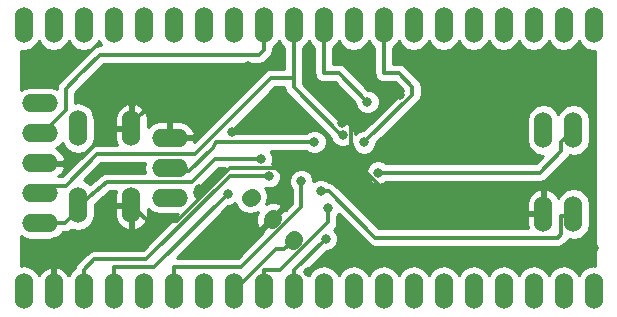
<source format=gbl>
G04 #@! TF.FileFunction,Copper,L2,Bot,Signal*
%FSLAX46Y46*%
G04 Gerber Fmt 4.6, Leading zero omitted, Abs format (unit mm)*
G04 Created by KiCad (PCBNEW 4.0.1-stable) date 2017/01/22 22:06:15*
%MOMM*%
G01*
G04 APERTURE LIST*
%ADD10C,0.100000*%
%ADD11O,1.524000X3.048000*%
%ADD12C,1.400000*%
%ADD13O,3.048000X1.524000*%
%ADD14C,0.800000*%
%ADD15C,0.300000*%
%ADD16C,0.254000*%
G04 APERTURE END LIST*
D10*
D11*
X123190000Y-137160000D03*
X125730000Y-137160000D03*
X128270000Y-137160000D03*
X130810000Y-137160000D03*
X133350000Y-137160000D03*
X135890000Y-137160000D03*
X138430000Y-137160000D03*
X140970000Y-137160000D03*
X143510000Y-137160000D03*
X146050000Y-137160000D03*
X148590000Y-137160000D03*
X151130000Y-137160000D03*
X153670000Y-137160000D03*
X156210000Y-137160000D03*
X158750000Y-137160000D03*
X161290000Y-137160000D03*
X163830000Y-137160000D03*
X166370000Y-137160000D03*
X168910000Y-137160000D03*
X171450000Y-137160000D03*
X123189800Y-114616000D03*
X125729800Y-114616000D03*
X128269800Y-114616000D03*
X130809800Y-114616000D03*
X133349800Y-114616000D03*
X135889800Y-114616000D03*
X138429800Y-114616000D03*
X140969800Y-114616000D03*
X143509800Y-114616000D03*
X146049800Y-114616000D03*
X148589800Y-114616000D03*
X151129800Y-114616000D03*
X153669800Y-114616000D03*
X156209800Y-114616000D03*
X158749800Y-114616000D03*
X161289800Y-114616000D03*
X163829800Y-114616000D03*
X166369800Y-114616000D03*
X168909800Y-114616000D03*
X171449800Y-114616000D03*
D12*
X142383238Y-129274660D02*
X142524660Y-129133238D01*
X144179289Y-131070711D02*
X144320711Y-130929289D01*
X145975340Y-132866762D02*
X146116762Y-132725340D01*
D13*
X135550000Y-129240000D03*
X135550000Y-126700000D03*
X135550000Y-124160000D03*
D11*
X167180000Y-123500000D03*
X169720000Y-123500000D03*
X167180000Y-130600000D03*
X169720000Y-130600000D03*
X127789400Y-129851200D03*
X127789400Y-123348800D03*
X132310600Y-129851200D03*
X132310600Y-123348800D03*
D13*
X124550000Y-121220000D03*
X124550000Y-123760000D03*
X124550000Y-126300000D03*
X124550000Y-128840000D03*
X124550000Y-131380000D03*
D14*
X142210000Y-118090000D03*
X139920000Y-118310000D03*
X144840000Y-117280000D03*
X123910000Y-118470000D03*
X130260000Y-126690000D03*
X127500000Y-132750000D03*
X124840000Y-133660000D03*
X138000000Y-128500000D03*
X156000000Y-126000000D03*
X171500000Y-133500000D03*
X158500000Y-131500000D03*
X158500000Y-128500000D03*
X150250000Y-132050000D03*
X152500000Y-134600000D03*
X151150000Y-128200000D03*
X147300000Y-135500000D03*
X140800000Y-123650000D03*
X139250000Y-132850000D03*
X141050000Y-134100000D03*
X148100000Y-126850000D03*
X149350000Y-120300000D03*
X167750000Y-120500000D03*
X170850000Y-127900000D03*
X171050000Y-121600000D03*
X160950000Y-122050000D03*
X163900000Y-124400000D03*
X155087200Y-120510400D03*
X150166700Y-122907200D03*
X143277300Y-125932000D03*
X153188200Y-127095600D03*
X150191000Y-123892600D03*
X147800000Y-124500000D03*
X143929600Y-127397800D03*
X140447800Y-128881400D03*
X146688300Y-127844000D03*
X148959900Y-130106200D03*
X148759900Y-132688300D03*
X148345500Y-128666600D03*
X152290900Y-121100400D03*
X152000000Y-124550000D03*
D15*
X142190000Y-118310000D02*
X142190000Y-118110000D01*
X142190000Y-118110000D02*
X142210000Y-118090000D01*
X139920000Y-118310000D02*
X142190000Y-118310000D01*
X142190000Y-118310000D02*
X143810000Y-118310000D01*
X137000000Y-118310000D02*
X139920000Y-118310000D01*
X132310600Y-122999400D02*
X137000000Y-118310000D01*
X143810000Y-118310000D02*
X144840000Y-117280000D01*
X132310600Y-123348800D02*
X132310600Y-122999400D01*
X127500000Y-132750000D02*
X125750000Y-132750000D01*
X127468350Y-132531650D02*
X127500000Y-132750000D01*
X128531650Y-132531650D02*
X127468350Y-132531650D01*
X125750000Y-132750000D02*
X124840000Y-133660000D01*
X167180000Y-130600000D02*
X158250000Y-130600000D01*
X158250000Y-130600000D02*
X158000000Y-130850000D01*
X136152200Y-131228100D02*
X133687500Y-131228100D01*
X133687500Y-131228100D02*
X132310600Y-129851200D01*
X138440150Y-128940150D02*
X136152200Y-131228100D01*
X132310600Y-129851200D02*
X131212100Y-129851200D01*
X129835200Y-131228100D02*
X128531650Y-132531650D01*
X131212100Y-129851200D02*
X129835200Y-131228100D01*
X132310600Y-123348800D02*
X129898800Y-123348800D01*
X129898800Y-123348800D02*
X129650000Y-123597600D01*
X129650000Y-123597600D02*
X129650000Y-124300000D01*
X129650000Y-124300000D02*
X127650000Y-126300000D01*
X127650000Y-126300000D02*
X124550000Y-126300000D01*
X138440150Y-128940150D02*
X138000000Y-128500000D01*
X160950000Y-122050000D02*
X159950000Y-122050000D01*
X159950000Y-122050000D02*
X156000000Y-126000000D01*
X158000000Y-130750000D02*
X158000000Y-130850000D01*
X158000000Y-130750000D02*
X155801100Y-130750000D01*
X155801100Y-130750000D02*
X152725550Y-127674450D01*
X158000000Y-130850000D02*
X158000000Y-131000000D01*
X158000000Y-131000000D02*
X158500000Y-131500000D01*
X150250000Y-132050000D02*
X152500000Y-134300000D01*
X152500000Y-134300000D02*
X152500000Y-134600000D01*
X151675550Y-127674450D02*
X152725550Y-127674450D01*
X151675550Y-127674450D02*
X151150000Y-128200000D01*
X148200000Y-134600000D02*
X152500000Y-134600000D01*
X147300000Y-135500000D02*
X148200000Y-134600000D01*
X140800000Y-123650000D02*
X140800000Y-123700000D01*
X139800000Y-132850000D02*
X139250000Y-132850000D01*
X141050000Y-134100000D02*
X139800000Y-132850000D01*
X147500000Y-125848000D02*
X147500000Y-126250000D01*
X147500000Y-126250000D02*
X148100000Y-126850000D01*
X150166700Y-122907200D02*
X150166700Y-121116700D01*
X150166700Y-121116700D02*
X149350000Y-120300000D01*
X167230000Y-128120000D02*
X167450000Y-127900000D01*
X167450000Y-127900000D02*
X170850000Y-127900000D01*
X171050000Y-121600000D02*
X169950000Y-120500000D01*
X169950000Y-120500000D02*
X167750000Y-120500000D01*
X167180000Y-130600000D02*
X167230000Y-128120000D01*
X161550000Y-122050000D02*
X160950000Y-122050000D01*
X163900000Y-124400000D02*
X161550000Y-122050000D01*
X128531650Y-132531650D02*
X125730000Y-135333300D01*
X125730000Y-137160000D02*
X125730000Y-135333300D01*
X132310600Y-129851200D02*
X132310600Y-130828100D01*
X144250000Y-131000000D02*
X145029800Y-130220200D01*
X144580000Y-126691500D02*
X145029700Y-127141200D01*
X140688800Y-126691500D02*
X144580000Y-126691500D01*
X138440150Y-128940150D02*
X140688800Y-126691500D01*
X145029700Y-130220200D02*
X145029800Y-130220200D01*
X145029700Y-127141200D02*
X145029700Y-130220200D01*
X150166700Y-122907200D02*
X150899100Y-122907200D01*
X152690400Y-122907200D02*
X155087200Y-120510400D01*
X150899100Y-122907200D02*
X152690400Y-122907200D01*
X146322900Y-125848000D02*
X145029700Y-127141200D01*
X150899100Y-125848000D02*
X147500000Y-125848000D01*
X147500000Y-125848000D02*
X146322900Y-125848000D01*
X152725550Y-127674450D02*
X150899100Y-125848000D01*
X150899100Y-125848000D02*
X150899100Y-122907200D01*
X144554200Y-133575800D02*
X140970000Y-137160000D01*
X145266400Y-133575800D02*
X144554200Y-133575800D01*
X146046100Y-132796100D02*
X145266400Y-133575800D01*
X127789400Y-129851200D02*
X127789400Y-130260600D01*
X127789400Y-130260600D02*
X126670000Y-131380000D01*
X126670000Y-131380000D02*
X124550000Y-131380000D01*
X127789400Y-129851200D02*
X127789400Y-129908200D01*
X127789400Y-129908200D02*
X127789400Y-130079500D01*
X139368000Y-125932000D02*
X143277300Y-125932000D01*
X137400000Y-127900000D02*
X139368000Y-125932000D01*
X130226650Y-127900000D02*
X137400000Y-127900000D01*
X127789400Y-129908200D02*
X130226650Y-127900000D01*
X169720000Y-123500000D02*
X168705300Y-124500000D01*
X153188200Y-127095500D02*
X153188200Y-127095600D01*
X166908300Y-127095500D02*
X153188200Y-127095500D01*
X168705300Y-125298500D02*
X166908300Y-127095500D01*
X168705300Y-124500000D02*
X168705300Y-125298500D01*
X143509800Y-114616000D02*
X143509800Y-116730200D01*
X129630000Y-117120000D02*
X127883300Y-118866700D01*
X143120000Y-117120000D02*
X129630000Y-117120000D01*
X143509800Y-116730200D02*
X143120000Y-117120000D01*
X126750000Y-121800000D02*
X124790000Y-123760000D01*
X127883300Y-118866700D02*
X126750000Y-120000000D01*
X126750000Y-120000000D02*
X126750000Y-121800000D01*
X124790000Y-123760000D02*
X124550000Y-123760000D01*
X129986300Y-125517500D02*
X129432500Y-125517500D01*
X137710900Y-125517500D02*
X144150000Y-119078400D01*
X129986300Y-125517500D02*
X137710900Y-125517500D01*
X144128400Y-119100000D02*
X144150000Y-119100000D01*
X144150000Y-119100000D02*
X144150000Y-119078400D01*
X146050000Y-119100000D02*
X144128400Y-119100000D01*
X126750000Y-128200000D02*
X125190000Y-128200000D01*
X129432500Y-125517500D02*
X126750000Y-128200000D01*
X125190000Y-128200000D02*
X124550000Y-128840000D01*
X146049800Y-114616000D02*
X146050000Y-118666700D01*
X150055200Y-123892600D02*
X150191000Y-123892600D01*
X146050000Y-119887400D02*
X150055200Y-123892600D01*
X146050000Y-118666700D02*
X146050000Y-119100000D01*
X146050000Y-119100000D02*
X146050000Y-119887400D01*
X139497049Y-124502951D02*
X147800000Y-124500000D01*
X137200000Y-127000000D02*
X139200000Y-125000000D01*
X139200000Y-125000000D02*
X139497049Y-124502951D01*
X135550000Y-126700000D02*
X137200000Y-127000000D01*
X128270000Y-137160000D02*
X128270000Y-135333300D01*
X140622900Y-127397800D02*
X143929600Y-127397800D01*
X133577500Y-134443200D02*
X140622900Y-127397800D01*
X129160100Y-134443200D02*
X133577500Y-134443200D01*
X128270000Y-135333300D02*
X129160100Y-134443200D01*
X130810000Y-137160000D02*
X130810000Y-135133300D01*
X134195900Y-135133300D02*
X140447800Y-128881400D01*
X130810000Y-135133300D02*
X134195900Y-135133300D01*
X135890000Y-137160000D02*
X135890000Y-135083300D01*
X146688300Y-130015000D02*
X146688300Y-127844000D01*
X141620000Y-135083300D02*
X146688300Y-130015000D01*
X135890000Y-135083300D02*
X141620000Y-135083300D01*
X144926800Y-135333300D02*
X143510000Y-135333300D01*
X148959900Y-131300200D02*
X144926800Y-135333300D01*
X148959900Y-130106200D02*
X148959900Y-131300200D01*
X143510000Y-137160000D02*
X143510000Y-135333300D01*
X146050000Y-137160000D02*
X146050000Y-135333300D01*
X146114900Y-135333300D02*
X148759900Y-132688300D01*
X146050000Y-135333300D02*
X146114900Y-135333300D01*
X149002300Y-128666600D02*
X148345500Y-128666600D01*
X152937500Y-132601800D02*
X149002300Y-128666600D01*
X168403500Y-132601800D02*
X152937500Y-132601800D01*
X168705300Y-132300000D02*
X168403500Y-132601800D01*
X168705300Y-130750000D02*
X168705300Y-132300000D01*
X169720000Y-130600000D02*
X168705300Y-130750000D01*
X149857200Y-118666700D02*
X152290900Y-121100400D01*
X148590000Y-118666700D02*
X149857200Y-118666700D01*
X148589800Y-114616000D02*
X148590000Y-118666700D01*
X156100300Y-120517600D02*
X152000000Y-124550000D01*
X156100300Y-119813900D02*
X156100300Y-120517600D01*
X154953100Y-118666700D02*
X156100300Y-119813900D01*
X153670000Y-118666700D02*
X154953100Y-118666700D01*
X153669800Y-114616000D02*
X153670000Y-118666700D01*
D16*
G36*
X130913600Y-128962200D02*
X130913600Y-129724200D01*
X132183600Y-129724200D01*
X132183600Y-129704200D01*
X132437600Y-129704200D01*
X132437600Y-129724200D01*
X132457600Y-129724200D01*
X132457600Y-129978200D01*
X132437600Y-129978200D01*
X132437600Y-131844920D01*
X132653670Y-131967420D01*
X132727877Y-131952460D01*
X133208626Y-131690830D01*
X133552659Y-131265141D01*
X133707600Y-130740200D01*
X133707600Y-130152586D01*
X133757875Y-130227828D01*
X134211094Y-130530660D01*
X134745703Y-130637000D01*
X136273542Y-130637000D01*
X133252342Y-133658200D01*
X129160100Y-133658200D01*
X128859694Y-133717955D01*
X128605021Y-133888121D01*
X128605019Y-133888124D01*
X127714921Y-134778221D01*
X127544755Y-135032893D01*
X127524783Y-135133300D01*
X127508159Y-135216875D01*
X127282172Y-135367875D01*
X126989651Y-135805662D01*
X126972059Y-135746059D01*
X126628026Y-135320370D01*
X126147277Y-135058740D01*
X126073070Y-135043780D01*
X125857000Y-135166280D01*
X125857000Y-137033000D01*
X125877000Y-137033000D01*
X125877000Y-137287000D01*
X125857000Y-137287000D01*
X125857000Y-137307000D01*
X125603000Y-137307000D01*
X125603000Y-137287000D01*
X125583000Y-137287000D01*
X125583000Y-137033000D01*
X125603000Y-137033000D01*
X125603000Y-135166280D01*
X125386930Y-135043780D01*
X125312723Y-135058740D01*
X124831974Y-135320370D01*
X124487941Y-135746059D01*
X124470349Y-135805662D01*
X124177828Y-135367875D01*
X123724609Y-135065043D01*
X123190000Y-134958703D01*
X122960000Y-135004453D01*
X122960000Y-132502884D01*
X123211094Y-132670660D01*
X123745703Y-132777000D01*
X125354297Y-132777000D01*
X125888906Y-132670660D01*
X126342125Y-132367828D01*
X126477651Y-132165000D01*
X126670000Y-132165000D01*
X126970407Y-132105245D01*
X127225079Y-131935079D01*
X127230339Y-131929819D01*
X127254791Y-131946157D01*
X127789400Y-132052497D01*
X128324009Y-131946157D01*
X128777228Y-131643325D01*
X129080060Y-131190106D01*
X129186400Y-130655497D01*
X129186400Y-129978200D01*
X130913600Y-129978200D01*
X130913600Y-130740200D01*
X131068541Y-131265141D01*
X131412574Y-131690830D01*
X131893323Y-131952460D01*
X131967530Y-131967420D01*
X132183600Y-131844920D01*
X132183600Y-129978200D01*
X130913600Y-129978200D01*
X129186400Y-129978200D01*
X129186400Y-129774273D01*
X130508395Y-128685000D01*
X130995418Y-128685000D01*
X130913600Y-128962200D01*
X130913600Y-128962200D01*
G37*
X130913600Y-128962200D02*
X130913600Y-129724200D01*
X132183600Y-129724200D01*
X132183600Y-129704200D01*
X132437600Y-129704200D01*
X132437600Y-129724200D01*
X132457600Y-129724200D01*
X132457600Y-129978200D01*
X132437600Y-129978200D01*
X132437600Y-131844920D01*
X132653670Y-131967420D01*
X132727877Y-131952460D01*
X133208626Y-131690830D01*
X133552659Y-131265141D01*
X133707600Y-130740200D01*
X133707600Y-130152586D01*
X133757875Y-130227828D01*
X134211094Y-130530660D01*
X134745703Y-130637000D01*
X136273542Y-130637000D01*
X133252342Y-133658200D01*
X129160100Y-133658200D01*
X128859694Y-133717955D01*
X128605021Y-133888121D01*
X128605019Y-133888124D01*
X127714921Y-134778221D01*
X127544755Y-135032893D01*
X127524783Y-135133300D01*
X127508159Y-135216875D01*
X127282172Y-135367875D01*
X126989651Y-135805662D01*
X126972059Y-135746059D01*
X126628026Y-135320370D01*
X126147277Y-135058740D01*
X126073070Y-135043780D01*
X125857000Y-135166280D01*
X125857000Y-137033000D01*
X125877000Y-137033000D01*
X125877000Y-137287000D01*
X125857000Y-137287000D01*
X125857000Y-137307000D01*
X125603000Y-137307000D01*
X125603000Y-137287000D01*
X125583000Y-137287000D01*
X125583000Y-137033000D01*
X125603000Y-137033000D01*
X125603000Y-135166280D01*
X125386930Y-135043780D01*
X125312723Y-135058740D01*
X124831974Y-135320370D01*
X124487941Y-135746059D01*
X124470349Y-135805662D01*
X124177828Y-135367875D01*
X123724609Y-135065043D01*
X123190000Y-134958703D01*
X122960000Y-135004453D01*
X122960000Y-132502884D01*
X123211094Y-132670660D01*
X123745703Y-132777000D01*
X125354297Y-132777000D01*
X125888906Y-132670660D01*
X126342125Y-132367828D01*
X126477651Y-132165000D01*
X126670000Y-132165000D01*
X126970407Y-132105245D01*
X127225079Y-131935079D01*
X127230339Y-131929819D01*
X127254791Y-131946157D01*
X127789400Y-132052497D01*
X128324009Y-131946157D01*
X128777228Y-131643325D01*
X129080060Y-131190106D01*
X129186400Y-130655497D01*
X129186400Y-129978200D01*
X130913600Y-129978200D01*
X130913600Y-130740200D01*
X131068541Y-131265141D01*
X131412574Y-131690830D01*
X131893323Y-131952460D01*
X131967530Y-131967420D01*
X132183600Y-131844920D01*
X132183600Y-129978200D01*
X130913600Y-129978200D01*
X129186400Y-129978200D01*
X129186400Y-129774273D01*
X130508395Y-128685000D01*
X130995418Y-128685000D01*
X130913600Y-128962200D01*
G36*
X170461972Y-116408125D02*
X170915191Y-116710957D01*
X171449800Y-116817297D01*
X171540000Y-116799355D01*
X171540000Y-134976605D01*
X171450000Y-134958703D01*
X170915391Y-135065043D01*
X170462172Y-135367875D01*
X170180000Y-135790174D01*
X169897828Y-135367875D01*
X169444609Y-135065043D01*
X168910000Y-134958703D01*
X168375391Y-135065043D01*
X167922172Y-135367875D01*
X167640000Y-135790174D01*
X167357828Y-135367875D01*
X166904609Y-135065043D01*
X166370000Y-134958703D01*
X165835391Y-135065043D01*
X165382172Y-135367875D01*
X165100000Y-135790174D01*
X164817828Y-135367875D01*
X164364609Y-135065043D01*
X163830000Y-134958703D01*
X163295391Y-135065043D01*
X162842172Y-135367875D01*
X162560000Y-135790174D01*
X162277828Y-135367875D01*
X161824609Y-135065043D01*
X161290000Y-134958703D01*
X160755391Y-135065043D01*
X160302172Y-135367875D01*
X160020000Y-135790174D01*
X159737828Y-135367875D01*
X159284609Y-135065043D01*
X158750000Y-134958703D01*
X158215391Y-135065043D01*
X157762172Y-135367875D01*
X157480000Y-135790174D01*
X157197828Y-135367875D01*
X156744609Y-135065043D01*
X156210000Y-134958703D01*
X155675391Y-135065043D01*
X155222172Y-135367875D01*
X154940000Y-135790174D01*
X154657828Y-135367875D01*
X154204609Y-135065043D01*
X153670000Y-134958703D01*
X153135391Y-135065043D01*
X152682172Y-135367875D01*
X152400000Y-135790174D01*
X152117828Y-135367875D01*
X151664609Y-135065043D01*
X151130000Y-134958703D01*
X150595391Y-135065043D01*
X150142172Y-135367875D01*
X149860000Y-135790174D01*
X149577828Y-135367875D01*
X149124609Y-135065043D01*
X148590000Y-134958703D01*
X148055391Y-135065043D01*
X147602172Y-135367875D01*
X147320000Y-135790174D01*
X147098973Y-135459385D01*
X148834992Y-133723366D01*
X148964871Y-133723479D01*
X149345415Y-133566242D01*
X149636819Y-133275346D01*
X149794720Y-132895077D01*
X149795079Y-132483329D01*
X149637842Y-132102785D01*
X149452819Y-131917439D01*
X149514979Y-131855279D01*
X149685145Y-131600606D01*
X149744900Y-131300200D01*
X149744900Y-130785005D01*
X149836819Y-130693246D01*
X149860869Y-130635327D01*
X152382421Y-133156879D01*
X152637093Y-133327045D01*
X152937500Y-133386800D01*
X168403500Y-133386800D01*
X168703907Y-133327045D01*
X168958579Y-133156879D01*
X169260379Y-132855079D01*
X169346020Y-132726908D01*
X169720000Y-132801297D01*
X170254609Y-132694957D01*
X170707828Y-132392125D01*
X171010660Y-131938906D01*
X171117000Y-131404297D01*
X171117000Y-129795703D01*
X171010660Y-129261094D01*
X170707828Y-128807875D01*
X170254609Y-128505043D01*
X169720000Y-128398703D01*
X169185391Y-128505043D01*
X168732172Y-128807875D01*
X168439651Y-129245662D01*
X168422059Y-129186059D01*
X168078026Y-128760370D01*
X167597277Y-128498740D01*
X167523070Y-128483780D01*
X167307000Y-128606280D01*
X167307000Y-130473000D01*
X167327000Y-130473000D01*
X167327000Y-130727000D01*
X167307000Y-130727000D01*
X167307000Y-130747000D01*
X167053000Y-130747000D01*
X167053000Y-130727000D01*
X165783000Y-130727000D01*
X165783000Y-131489000D01*
X165879753Y-131816800D01*
X153262658Y-131816800D01*
X151156858Y-129711000D01*
X165783000Y-129711000D01*
X165783000Y-130473000D01*
X167053000Y-130473000D01*
X167053000Y-128606280D01*
X166836930Y-128483780D01*
X166762723Y-128498740D01*
X166281974Y-128760370D01*
X165937941Y-129186059D01*
X165783000Y-129711000D01*
X151156858Y-129711000D01*
X149557379Y-128111521D01*
X149302707Y-127941355D01*
X149029757Y-127887062D01*
X148932546Y-127789681D01*
X148552277Y-127631780D01*
X148140529Y-127631421D01*
X147759985Y-127788658D01*
X147723317Y-127825262D01*
X147723479Y-127639029D01*
X147583632Y-127300571D01*
X152153021Y-127300571D01*
X152310258Y-127681115D01*
X152601154Y-127972519D01*
X152981423Y-128130420D01*
X153393171Y-128130779D01*
X153773715Y-127973542D01*
X153866919Y-127880500D01*
X166908300Y-127880500D01*
X167208707Y-127820745D01*
X167463379Y-127650579D01*
X169260379Y-125853579D01*
X169404114Y-125638464D01*
X169720000Y-125701297D01*
X170254609Y-125594957D01*
X170707828Y-125292125D01*
X171010660Y-124838906D01*
X171117000Y-124304297D01*
X171117000Y-122695703D01*
X171010660Y-122161094D01*
X170707828Y-121707875D01*
X170254609Y-121405043D01*
X169720000Y-121298703D01*
X169185391Y-121405043D01*
X168732172Y-121707875D01*
X168450000Y-122130174D01*
X168167828Y-121707875D01*
X167714609Y-121405043D01*
X167180000Y-121298703D01*
X166645391Y-121405043D01*
X166192172Y-121707875D01*
X165889340Y-122161094D01*
X165783000Y-122695703D01*
X165783000Y-124304297D01*
X165889340Y-124838906D01*
X166192172Y-125292125D01*
X166645391Y-125594957D01*
X167180000Y-125701297D01*
X167195410Y-125698232D01*
X166583142Y-126310500D01*
X153866905Y-126310500D01*
X153775246Y-126218681D01*
X153394977Y-126060780D01*
X152983229Y-126060421D01*
X152602685Y-126217658D01*
X152311281Y-126508554D01*
X152153380Y-126888823D01*
X152153021Y-127300571D01*
X147583632Y-127300571D01*
X147566242Y-127258485D01*
X147275346Y-126967081D01*
X146895077Y-126809180D01*
X146483329Y-126808821D01*
X146102785Y-126966058D01*
X145811381Y-127256954D01*
X145653480Y-127637223D01*
X145653121Y-128048971D01*
X145810358Y-128429515D01*
X145903300Y-128522619D01*
X145903300Y-129689842D01*
X145368035Y-130225107D01*
X145237386Y-130192220D01*
X144429605Y-131000000D01*
X144443748Y-131014143D01*
X144264143Y-131193748D01*
X144250000Y-131179605D01*
X143442220Y-131987386D01*
X143475107Y-132118035D01*
X141294842Y-134298300D01*
X136141058Y-134298300D01*
X140522892Y-129916466D01*
X140652771Y-129916579D01*
X141033315Y-129759342D01*
X141106318Y-129686466D01*
X141129980Y-129805422D01*
X141419371Y-130238527D01*
X141852476Y-130527918D01*
X142363359Y-130629540D01*
X142874242Y-130527918D01*
X143035789Y-130419976D01*
X142876120Y-130785615D01*
X142866217Y-131306018D01*
X143029502Y-131749100D01*
X143262614Y-131807780D01*
X144070395Y-131000000D01*
X144056253Y-130985858D01*
X144235858Y-130806253D01*
X144250000Y-130820395D01*
X145057780Y-130012614D01*
X144999100Y-129779502D01*
X144556018Y-129616217D01*
X144035615Y-129626120D01*
X143669975Y-129785790D01*
X143777918Y-129624242D01*
X143879539Y-129113359D01*
X143777918Y-128602477D01*
X143641998Y-128399059D01*
X143722823Y-128432620D01*
X144134571Y-128432979D01*
X144515115Y-128275742D01*
X144806519Y-127984846D01*
X144964420Y-127604577D01*
X144964779Y-127192829D01*
X144807542Y-126812285D01*
X144516646Y-126520881D01*
X144206869Y-126392251D01*
X144312120Y-126138777D01*
X144312479Y-125727029D01*
X144155242Y-125346485D01*
X144095179Y-125286317D01*
X147121436Y-125285241D01*
X147212954Y-125376919D01*
X147593223Y-125534820D01*
X148004971Y-125535179D01*
X148385515Y-125377942D01*
X148676919Y-125087046D01*
X148834820Y-124706777D01*
X148835179Y-124295029D01*
X148677942Y-123914485D01*
X148387046Y-123623081D01*
X148006777Y-123465180D01*
X147595029Y-123464821D01*
X147214485Y-123622058D01*
X147121139Y-123715241D01*
X140621007Y-123717551D01*
X144453558Y-119885000D01*
X145265000Y-119885000D01*
X145265000Y-119887400D01*
X145324755Y-120187807D01*
X145494921Y-120442479D01*
X149159911Y-124107469D01*
X149313058Y-124478115D01*
X149603954Y-124769519D01*
X149984223Y-124927420D01*
X150395971Y-124927779D01*
X150776515Y-124770542D01*
X150964971Y-124582414D01*
X150964821Y-124754971D01*
X151122058Y-125135515D01*
X151412954Y-125426919D01*
X151793223Y-125584820D01*
X152204971Y-125585179D01*
X152585515Y-125427942D01*
X152876919Y-125137046D01*
X153034820Y-124756777D01*
X153034928Y-124633214D01*
X156650725Y-121077293D01*
X156652601Y-121074535D01*
X156655379Y-121072679D01*
X156738686Y-120948000D01*
X156823012Y-120824051D01*
X156823691Y-120820781D01*
X156825545Y-120818006D01*
X156854786Y-120671004D01*
X156885273Y-120524154D01*
X156884649Y-120520873D01*
X156885300Y-120517600D01*
X156885300Y-119813900D01*
X156825545Y-119513494D01*
X156655379Y-119258821D01*
X155508179Y-118111621D01*
X155253507Y-117941455D01*
X154953100Y-117881700D01*
X154454961Y-117881700D01*
X154454895Y-116543587D01*
X154657628Y-116408125D01*
X154939800Y-115985826D01*
X155221972Y-116408125D01*
X155675191Y-116710957D01*
X156209800Y-116817297D01*
X156744409Y-116710957D01*
X157197628Y-116408125D01*
X157479800Y-115985826D01*
X157761972Y-116408125D01*
X158215191Y-116710957D01*
X158749800Y-116817297D01*
X159284409Y-116710957D01*
X159737628Y-116408125D01*
X160019800Y-115985826D01*
X160301972Y-116408125D01*
X160755191Y-116710957D01*
X161289800Y-116817297D01*
X161824409Y-116710957D01*
X162277628Y-116408125D01*
X162559800Y-115985826D01*
X162841972Y-116408125D01*
X163295191Y-116710957D01*
X163829800Y-116817297D01*
X164364409Y-116710957D01*
X164817628Y-116408125D01*
X165099800Y-115985826D01*
X165381972Y-116408125D01*
X165835191Y-116710957D01*
X166369800Y-116817297D01*
X166904409Y-116710957D01*
X167357628Y-116408125D01*
X167639800Y-115985826D01*
X167921972Y-116408125D01*
X168375191Y-116710957D01*
X168909800Y-116817297D01*
X169444409Y-116710957D01*
X169897628Y-116408125D01*
X170179800Y-115985826D01*
X170461972Y-116408125D01*
X170461972Y-116408125D01*
G37*
X170461972Y-116408125D02*
X170915191Y-116710957D01*
X171449800Y-116817297D01*
X171540000Y-116799355D01*
X171540000Y-134976605D01*
X171450000Y-134958703D01*
X170915391Y-135065043D01*
X170462172Y-135367875D01*
X170180000Y-135790174D01*
X169897828Y-135367875D01*
X169444609Y-135065043D01*
X168910000Y-134958703D01*
X168375391Y-135065043D01*
X167922172Y-135367875D01*
X167640000Y-135790174D01*
X167357828Y-135367875D01*
X166904609Y-135065043D01*
X166370000Y-134958703D01*
X165835391Y-135065043D01*
X165382172Y-135367875D01*
X165100000Y-135790174D01*
X164817828Y-135367875D01*
X164364609Y-135065043D01*
X163830000Y-134958703D01*
X163295391Y-135065043D01*
X162842172Y-135367875D01*
X162560000Y-135790174D01*
X162277828Y-135367875D01*
X161824609Y-135065043D01*
X161290000Y-134958703D01*
X160755391Y-135065043D01*
X160302172Y-135367875D01*
X160020000Y-135790174D01*
X159737828Y-135367875D01*
X159284609Y-135065043D01*
X158750000Y-134958703D01*
X158215391Y-135065043D01*
X157762172Y-135367875D01*
X157480000Y-135790174D01*
X157197828Y-135367875D01*
X156744609Y-135065043D01*
X156210000Y-134958703D01*
X155675391Y-135065043D01*
X155222172Y-135367875D01*
X154940000Y-135790174D01*
X154657828Y-135367875D01*
X154204609Y-135065043D01*
X153670000Y-134958703D01*
X153135391Y-135065043D01*
X152682172Y-135367875D01*
X152400000Y-135790174D01*
X152117828Y-135367875D01*
X151664609Y-135065043D01*
X151130000Y-134958703D01*
X150595391Y-135065043D01*
X150142172Y-135367875D01*
X149860000Y-135790174D01*
X149577828Y-135367875D01*
X149124609Y-135065043D01*
X148590000Y-134958703D01*
X148055391Y-135065043D01*
X147602172Y-135367875D01*
X147320000Y-135790174D01*
X147098973Y-135459385D01*
X148834992Y-133723366D01*
X148964871Y-133723479D01*
X149345415Y-133566242D01*
X149636819Y-133275346D01*
X149794720Y-132895077D01*
X149795079Y-132483329D01*
X149637842Y-132102785D01*
X149452819Y-131917439D01*
X149514979Y-131855279D01*
X149685145Y-131600606D01*
X149744900Y-131300200D01*
X149744900Y-130785005D01*
X149836819Y-130693246D01*
X149860869Y-130635327D01*
X152382421Y-133156879D01*
X152637093Y-133327045D01*
X152937500Y-133386800D01*
X168403500Y-133386800D01*
X168703907Y-133327045D01*
X168958579Y-133156879D01*
X169260379Y-132855079D01*
X169346020Y-132726908D01*
X169720000Y-132801297D01*
X170254609Y-132694957D01*
X170707828Y-132392125D01*
X171010660Y-131938906D01*
X171117000Y-131404297D01*
X171117000Y-129795703D01*
X171010660Y-129261094D01*
X170707828Y-128807875D01*
X170254609Y-128505043D01*
X169720000Y-128398703D01*
X169185391Y-128505043D01*
X168732172Y-128807875D01*
X168439651Y-129245662D01*
X168422059Y-129186059D01*
X168078026Y-128760370D01*
X167597277Y-128498740D01*
X167523070Y-128483780D01*
X167307000Y-128606280D01*
X167307000Y-130473000D01*
X167327000Y-130473000D01*
X167327000Y-130727000D01*
X167307000Y-130727000D01*
X167307000Y-130747000D01*
X167053000Y-130747000D01*
X167053000Y-130727000D01*
X165783000Y-130727000D01*
X165783000Y-131489000D01*
X165879753Y-131816800D01*
X153262658Y-131816800D01*
X151156858Y-129711000D01*
X165783000Y-129711000D01*
X165783000Y-130473000D01*
X167053000Y-130473000D01*
X167053000Y-128606280D01*
X166836930Y-128483780D01*
X166762723Y-128498740D01*
X166281974Y-128760370D01*
X165937941Y-129186059D01*
X165783000Y-129711000D01*
X151156858Y-129711000D01*
X149557379Y-128111521D01*
X149302707Y-127941355D01*
X149029757Y-127887062D01*
X148932546Y-127789681D01*
X148552277Y-127631780D01*
X148140529Y-127631421D01*
X147759985Y-127788658D01*
X147723317Y-127825262D01*
X147723479Y-127639029D01*
X147583632Y-127300571D01*
X152153021Y-127300571D01*
X152310258Y-127681115D01*
X152601154Y-127972519D01*
X152981423Y-128130420D01*
X153393171Y-128130779D01*
X153773715Y-127973542D01*
X153866919Y-127880500D01*
X166908300Y-127880500D01*
X167208707Y-127820745D01*
X167463379Y-127650579D01*
X169260379Y-125853579D01*
X169404114Y-125638464D01*
X169720000Y-125701297D01*
X170254609Y-125594957D01*
X170707828Y-125292125D01*
X171010660Y-124838906D01*
X171117000Y-124304297D01*
X171117000Y-122695703D01*
X171010660Y-122161094D01*
X170707828Y-121707875D01*
X170254609Y-121405043D01*
X169720000Y-121298703D01*
X169185391Y-121405043D01*
X168732172Y-121707875D01*
X168450000Y-122130174D01*
X168167828Y-121707875D01*
X167714609Y-121405043D01*
X167180000Y-121298703D01*
X166645391Y-121405043D01*
X166192172Y-121707875D01*
X165889340Y-122161094D01*
X165783000Y-122695703D01*
X165783000Y-124304297D01*
X165889340Y-124838906D01*
X166192172Y-125292125D01*
X166645391Y-125594957D01*
X167180000Y-125701297D01*
X167195410Y-125698232D01*
X166583142Y-126310500D01*
X153866905Y-126310500D01*
X153775246Y-126218681D01*
X153394977Y-126060780D01*
X152983229Y-126060421D01*
X152602685Y-126217658D01*
X152311281Y-126508554D01*
X152153380Y-126888823D01*
X152153021Y-127300571D01*
X147583632Y-127300571D01*
X147566242Y-127258485D01*
X147275346Y-126967081D01*
X146895077Y-126809180D01*
X146483329Y-126808821D01*
X146102785Y-126966058D01*
X145811381Y-127256954D01*
X145653480Y-127637223D01*
X145653121Y-128048971D01*
X145810358Y-128429515D01*
X145903300Y-128522619D01*
X145903300Y-129689842D01*
X145368035Y-130225107D01*
X145237386Y-130192220D01*
X144429605Y-131000000D01*
X144443748Y-131014143D01*
X144264143Y-131193748D01*
X144250000Y-131179605D01*
X143442220Y-131987386D01*
X143475107Y-132118035D01*
X141294842Y-134298300D01*
X136141058Y-134298300D01*
X140522892Y-129916466D01*
X140652771Y-129916579D01*
X141033315Y-129759342D01*
X141106318Y-129686466D01*
X141129980Y-129805422D01*
X141419371Y-130238527D01*
X141852476Y-130527918D01*
X142363359Y-130629540D01*
X142874242Y-130527918D01*
X143035789Y-130419976D01*
X142876120Y-130785615D01*
X142866217Y-131306018D01*
X143029502Y-131749100D01*
X143262614Y-131807780D01*
X144070395Y-131000000D01*
X144056253Y-130985858D01*
X144235858Y-130806253D01*
X144250000Y-130820395D01*
X145057780Y-130012614D01*
X144999100Y-129779502D01*
X144556018Y-129616217D01*
X144035615Y-129626120D01*
X143669975Y-129785790D01*
X143777918Y-129624242D01*
X143879539Y-129113359D01*
X143777918Y-128602477D01*
X143641998Y-128399059D01*
X143722823Y-128432620D01*
X144134571Y-128432979D01*
X144515115Y-128275742D01*
X144806519Y-127984846D01*
X144964420Y-127604577D01*
X144964779Y-127192829D01*
X144807542Y-126812285D01*
X144516646Y-126520881D01*
X144206869Y-126392251D01*
X144312120Y-126138777D01*
X144312479Y-125727029D01*
X144155242Y-125346485D01*
X144095179Y-125286317D01*
X147121436Y-125285241D01*
X147212954Y-125376919D01*
X147593223Y-125534820D01*
X148004971Y-125535179D01*
X148385515Y-125377942D01*
X148676919Y-125087046D01*
X148834820Y-124706777D01*
X148835179Y-124295029D01*
X148677942Y-123914485D01*
X148387046Y-123623081D01*
X148006777Y-123465180D01*
X147595029Y-123464821D01*
X147214485Y-123622058D01*
X147121139Y-123715241D01*
X140621007Y-123717551D01*
X144453558Y-119885000D01*
X145265000Y-119885000D01*
X145265000Y-119887400D01*
X145324755Y-120187807D01*
X145494921Y-120442479D01*
X149159911Y-124107469D01*
X149313058Y-124478115D01*
X149603954Y-124769519D01*
X149984223Y-124927420D01*
X150395971Y-124927779D01*
X150776515Y-124770542D01*
X150964971Y-124582414D01*
X150964821Y-124754971D01*
X151122058Y-125135515D01*
X151412954Y-125426919D01*
X151793223Y-125584820D01*
X152204971Y-125585179D01*
X152585515Y-125427942D01*
X152876919Y-125137046D01*
X153034820Y-124756777D01*
X153034928Y-124633214D01*
X156650725Y-121077293D01*
X156652601Y-121074535D01*
X156655379Y-121072679D01*
X156738686Y-120948000D01*
X156823012Y-120824051D01*
X156823691Y-120820781D01*
X156825545Y-120818006D01*
X156854786Y-120671004D01*
X156885273Y-120524154D01*
X156884649Y-120520873D01*
X156885300Y-120517600D01*
X156885300Y-119813900D01*
X156825545Y-119513494D01*
X156655379Y-119258821D01*
X155508179Y-118111621D01*
X155253507Y-117941455D01*
X154953100Y-117881700D01*
X154454961Y-117881700D01*
X154454895Y-116543587D01*
X154657628Y-116408125D01*
X154939800Y-115985826D01*
X155221972Y-116408125D01*
X155675191Y-116710957D01*
X156209800Y-116817297D01*
X156744409Y-116710957D01*
X157197628Y-116408125D01*
X157479800Y-115985826D01*
X157761972Y-116408125D01*
X158215191Y-116710957D01*
X158749800Y-116817297D01*
X159284409Y-116710957D01*
X159737628Y-116408125D01*
X160019800Y-115985826D01*
X160301972Y-116408125D01*
X160755191Y-116710957D01*
X161289800Y-116817297D01*
X161824409Y-116710957D01*
X162277628Y-116408125D01*
X162559800Y-115985826D01*
X162841972Y-116408125D01*
X163295191Y-116710957D01*
X163829800Y-116817297D01*
X164364409Y-116710957D01*
X164817628Y-116408125D01*
X165099800Y-115985826D01*
X165381972Y-116408125D01*
X165835191Y-116710957D01*
X166369800Y-116817297D01*
X166904409Y-116710957D01*
X167357628Y-116408125D01*
X167639800Y-115985826D01*
X167921972Y-116408125D01*
X168375191Y-116710957D01*
X168909800Y-116817297D01*
X169444409Y-116710957D01*
X169897628Y-116408125D01*
X170179800Y-115985826D01*
X170461972Y-116408125D01*
G36*
X140067821Y-126842721D02*
X137737899Y-129172643D01*
X137644957Y-128705391D01*
X137604193Y-128644383D01*
X137700407Y-128625245D01*
X137955079Y-128455079D01*
X139693158Y-126717000D01*
X140255976Y-126717000D01*
X140067821Y-126842721D01*
X140067821Y-126842721D01*
G37*
X140067821Y-126842721D02*
X137737899Y-129172643D01*
X137644957Y-128705391D01*
X137604193Y-128644383D01*
X137700407Y-128625245D01*
X137955079Y-128455079D01*
X139693158Y-126717000D01*
X140255976Y-126717000D01*
X140067821Y-126842721D01*
G36*
X133348703Y-126700000D02*
X133431251Y-127115000D01*
X130226650Y-127115000D01*
X130112801Y-127137646D01*
X129997305Y-127149250D01*
X129963678Y-127167309D01*
X129926244Y-127174755D01*
X129829732Y-127239242D01*
X129727464Y-127294163D01*
X128785004Y-128070713D01*
X128777228Y-128059075D01*
X128324009Y-127756243D01*
X128307249Y-127752909D01*
X129757658Y-126302500D01*
X133427770Y-126302500D01*
X133348703Y-126700000D01*
X133348703Y-126700000D01*
G37*
X133348703Y-126700000D02*
X133431251Y-127115000D01*
X130226650Y-127115000D01*
X130112801Y-127137646D01*
X129997305Y-127149250D01*
X129963678Y-127167309D01*
X129926244Y-127174755D01*
X129829732Y-127239242D01*
X129727464Y-127294163D01*
X128785004Y-128070713D01*
X128777228Y-128059075D01*
X128324009Y-127756243D01*
X128307249Y-127752909D01*
X129757658Y-126302500D01*
X133427770Y-126302500D01*
X133348703Y-126700000D01*
G36*
X126498740Y-124687706D02*
X126801572Y-125140925D01*
X127254791Y-125443757D01*
X127789400Y-125550097D01*
X128324009Y-125443757D01*
X128541223Y-125298619D01*
X126424842Y-127415000D01*
X126121157Y-127415000D01*
X126389630Y-127198026D01*
X126651260Y-126717277D01*
X126666220Y-126643070D01*
X126543720Y-126427000D01*
X124677000Y-126427000D01*
X124677000Y-126447000D01*
X124423000Y-126447000D01*
X124423000Y-126427000D01*
X124403000Y-126427000D01*
X124403000Y-126173000D01*
X124423000Y-126173000D01*
X124423000Y-126153000D01*
X124677000Y-126153000D01*
X124677000Y-126173000D01*
X126543720Y-126173000D01*
X126666220Y-125956930D01*
X126651260Y-125882723D01*
X126389630Y-125401974D01*
X125963941Y-125057941D01*
X125904338Y-125040349D01*
X126342125Y-124747828D01*
X126472028Y-124553415D01*
X126498740Y-124687706D01*
X126498740Y-124687706D01*
G37*
X126498740Y-124687706D02*
X126801572Y-125140925D01*
X127254791Y-125443757D01*
X127789400Y-125550097D01*
X128324009Y-125443757D01*
X128541223Y-125298619D01*
X126424842Y-127415000D01*
X126121157Y-127415000D01*
X126389630Y-127198026D01*
X126651260Y-126717277D01*
X126666220Y-126643070D01*
X126543720Y-126427000D01*
X124677000Y-126427000D01*
X124677000Y-126447000D01*
X124423000Y-126447000D01*
X124423000Y-126427000D01*
X124403000Y-126427000D01*
X124403000Y-126173000D01*
X124423000Y-126173000D01*
X124423000Y-126153000D01*
X124677000Y-126153000D01*
X124677000Y-126173000D01*
X126543720Y-126173000D01*
X126666220Y-125956930D01*
X126651260Y-125882723D01*
X126389630Y-125401974D01*
X125963941Y-125057941D01*
X125904338Y-125040349D01*
X126342125Y-124747828D01*
X126472028Y-124553415D01*
X126498740Y-124687706D01*
G36*
X145061972Y-116408125D02*
X145264895Y-116543714D01*
X145264983Y-118315000D01*
X144258593Y-118315000D01*
X144150000Y-118293399D01*
X143849594Y-118353155D01*
X143594921Y-118523321D01*
X137647750Y-124470492D01*
X137543720Y-124287000D01*
X135677000Y-124287000D01*
X135677000Y-124307000D01*
X135423000Y-124307000D01*
X135423000Y-124287000D01*
X135403000Y-124287000D01*
X135403000Y-124033000D01*
X135423000Y-124033000D01*
X135423000Y-122763000D01*
X135677000Y-122763000D01*
X135677000Y-124033000D01*
X137543720Y-124033000D01*
X137666220Y-123816930D01*
X137651260Y-123742723D01*
X137389630Y-123261974D01*
X136963941Y-122917941D01*
X136439000Y-122763000D01*
X135677000Y-122763000D01*
X135423000Y-122763000D01*
X134661000Y-122763000D01*
X134136059Y-122917941D01*
X133710370Y-123261974D01*
X133707600Y-123267064D01*
X133707600Y-122459800D01*
X133552659Y-121934859D01*
X133208626Y-121509170D01*
X132727877Y-121247540D01*
X132653670Y-121232580D01*
X132437600Y-121355080D01*
X132437600Y-123221800D01*
X132457600Y-123221800D01*
X132457600Y-123475800D01*
X132437600Y-123475800D01*
X132437600Y-123495800D01*
X132183600Y-123495800D01*
X132183600Y-123475800D01*
X130913600Y-123475800D01*
X130913600Y-124237800D01*
X131059615Y-124732500D01*
X129432500Y-124732500D01*
X129132094Y-124792255D01*
X128911890Y-124939390D01*
X129080060Y-124687706D01*
X129186400Y-124153097D01*
X129186400Y-122544503D01*
X129169552Y-122459800D01*
X130913600Y-122459800D01*
X130913600Y-123221800D01*
X132183600Y-123221800D01*
X132183600Y-121355080D01*
X131967530Y-121232580D01*
X131893323Y-121247540D01*
X131412574Y-121509170D01*
X131068541Y-121934859D01*
X130913600Y-122459800D01*
X129169552Y-122459800D01*
X129080060Y-122009894D01*
X128777228Y-121556675D01*
X128324009Y-121253843D01*
X127789400Y-121147503D01*
X127535000Y-121198106D01*
X127535000Y-120325158D01*
X129955158Y-117905000D01*
X143120000Y-117905000D01*
X143420407Y-117845245D01*
X143675079Y-117675079D01*
X144064879Y-117285279D01*
X144235044Y-117030607D01*
X144235045Y-117030606D01*
X144294800Y-116730200D01*
X144294800Y-116543651D01*
X144497628Y-116408125D01*
X144779800Y-115985826D01*
X145061972Y-116408125D01*
X145061972Y-116408125D01*
G37*
X145061972Y-116408125D02*
X145264895Y-116543714D01*
X145264983Y-118315000D01*
X144258593Y-118315000D01*
X144150000Y-118293399D01*
X143849594Y-118353155D01*
X143594921Y-118523321D01*
X137647750Y-124470492D01*
X137543720Y-124287000D01*
X135677000Y-124287000D01*
X135677000Y-124307000D01*
X135423000Y-124307000D01*
X135423000Y-124287000D01*
X135403000Y-124287000D01*
X135403000Y-124033000D01*
X135423000Y-124033000D01*
X135423000Y-122763000D01*
X135677000Y-122763000D01*
X135677000Y-124033000D01*
X137543720Y-124033000D01*
X137666220Y-123816930D01*
X137651260Y-123742723D01*
X137389630Y-123261974D01*
X136963941Y-122917941D01*
X136439000Y-122763000D01*
X135677000Y-122763000D01*
X135423000Y-122763000D01*
X134661000Y-122763000D01*
X134136059Y-122917941D01*
X133710370Y-123261974D01*
X133707600Y-123267064D01*
X133707600Y-122459800D01*
X133552659Y-121934859D01*
X133208626Y-121509170D01*
X132727877Y-121247540D01*
X132653670Y-121232580D01*
X132437600Y-121355080D01*
X132437600Y-123221800D01*
X132457600Y-123221800D01*
X132457600Y-123475800D01*
X132437600Y-123475800D01*
X132437600Y-123495800D01*
X132183600Y-123495800D01*
X132183600Y-123475800D01*
X130913600Y-123475800D01*
X130913600Y-124237800D01*
X131059615Y-124732500D01*
X129432500Y-124732500D01*
X129132094Y-124792255D01*
X128911890Y-124939390D01*
X129080060Y-124687706D01*
X129186400Y-124153097D01*
X129186400Y-122544503D01*
X129169552Y-122459800D01*
X130913600Y-122459800D01*
X130913600Y-123221800D01*
X132183600Y-123221800D01*
X132183600Y-121355080D01*
X131967530Y-121232580D01*
X131893323Y-121247540D01*
X131412574Y-121509170D01*
X131068541Y-121934859D01*
X130913600Y-122459800D01*
X129169552Y-122459800D01*
X129080060Y-122009894D01*
X128777228Y-121556675D01*
X128324009Y-121253843D01*
X127789400Y-121147503D01*
X127535000Y-121198106D01*
X127535000Y-120325158D01*
X129955158Y-117905000D01*
X143120000Y-117905000D01*
X143420407Y-117845245D01*
X143675079Y-117675079D01*
X144064879Y-117285279D01*
X144235044Y-117030607D01*
X144235045Y-117030606D01*
X144294800Y-116730200D01*
X144294800Y-116543651D01*
X144497628Y-116408125D01*
X144779800Y-115985826D01*
X145061972Y-116408125D01*
G36*
X152681972Y-116408125D02*
X152884895Y-116543714D01*
X152885000Y-118666739D01*
X152911434Y-118799594D01*
X152944755Y-118967106D01*
X152944766Y-118967123D01*
X152944770Y-118967142D01*
X153030308Y-119095145D01*
X153114921Y-119221779D01*
X153114937Y-119221790D01*
X153114948Y-119221806D01*
X153241617Y-119306434D01*
X153369594Y-119391945D01*
X153369613Y-119391949D01*
X153369630Y-119391960D01*
X153519578Y-119421779D01*
X153670000Y-119451700D01*
X154627942Y-119451700D01*
X155315300Y-120139058D01*
X155315300Y-120188596D01*
X151932944Y-123514941D01*
X151795029Y-123514821D01*
X151414485Y-123672058D01*
X151226029Y-123860186D01*
X151226179Y-123687629D01*
X151068942Y-123307085D01*
X150778046Y-123015681D01*
X150397777Y-122857780D01*
X150130305Y-122857547D01*
X146835000Y-119562242D01*
X146835000Y-118666700D01*
X146834996Y-118666681D01*
X146835000Y-118666661D01*
X146834895Y-116543587D01*
X147037628Y-116408125D01*
X147319800Y-115985826D01*
X147601972Y-116408125D01*
X147804895Y-116543714D01*
X147805000Y-118666739D01*
X147831434Y-118799594D01*
X147864755Y-118967106D01*
X147864766Y-118967123D01*
X147864770Y-118967142D01*
X147950308Y-119095145D01*
X148034921Y-119221779D01*
X148034937Y-119221790D01*
X148034948Y-119221806D01*
X148161617Y-119306434D01*
X148289594Y-119391945D01*
X148289613Y-119391949D01*
X148289630Y-119391960D01*
X148439578Y-119421779D01*
X148590000Y-119451700D01*
X149532042Y-119451700D01*
X151255834Y-121175492D01*
X151255721Y-121305371D01*
X151412958Y-121685915D01*
X151703854Y-121977319D01*
X152084123Y-122135220D01*
X152495871Y-122135579D01*
X152876415Y-121978342D01*
X153167819Y-121687446D01*
X153325720Y-121307177D01*
X153326079Y-120895429D01*
X153168842Y-120514885D01*
X152877946Y-120223481D01*
X152497677Y-120065580D01*
X152366123Y-120065465D01*
X150412279Y-118111621D01*
X150157607Y-117941455D01*
X149857200Y-117881700D01*
X149374961Y-117881700D01*
X149374895Y-116543587D01*
X149577628Y-116408125D01*
X149859800Y-115985826D01*
X150141972Y-116408125D01*
X150595191Y-116710957D01*
X151129800Y-116817297D01*
X151664409Y-116710957D01*
X152117628Y-116408125D01*
X152399800Y-115985826D01*
X152681972Y-116408125D01*
X152681972Y-116408125D01*
G37*
X152681972Y-116408125D02*
X152884895Y-116543714D01*
X152885000Y-118666739D01*
X152911434Y-118799594D01*
X152944755Y-118967106D01*
X152944766Y-118967123D01*
X152944770Y-118967142D01*
X153030308Y-119095145D01*
X153114921Y-119221779D01*
X153114937Y-119221790D01*
X153114948Y-119221806D01*
X153241617Y-119306434D01*
X153369594Y-119391945D01*
X153369613Y-119391949D01*
X153369630Y-119391960D01*
X153519578Y-119421779D01*
X153670000Y-119451700D01*
X154627942Y-119451700D01*
X155315300Y-120139058D01*
X155315300Y-120188596D01*
X151932944Y-123514941D01*
X151795029Y-123514821D01*
X151414485Y-123672058D01*
X151226029Y-123860186D01*
X151226179Y-123687629D01*
X151068942Y-123307085D01*
X150778046Y-123015681D01*
X150397777Y-122857780D01*
X150130305Y-122857547D01*
X146835000Y-119562242D01*
X146835000Y-118666700D01*
X146834996Y-118666681D01*
X146835000Y-118666661D01*
X146834895Y-116543587D01*
X147037628Y-116408125D01*
X147319800Y-115985826D01*
X147601972Y-116408125D01*
X147804895Y-116543714D01*
X147805000Y-118666739D01*
X147831434Y-118799594D01*
X147864755Y-118967106D01*
X147864766Y-118967123D01*
X147864770Y-118967142D01*
X147950308Y-119095145D01*
X148034921Y-119221779D01*
X148034937Y-119221790D01*
X148034948Y-119221806D01*
X148161617Y-119306434D01*
X148289594Y-119391945D01*
X148289613Y-119391949D01*
X148289630Y-119391960D01*
X148439578Y-119421779D01*
X148590000Y-119451700D01*
X149532042Y-119451700D01*
X151255834Y-121175492D01*
X151255721Y-121305371D01*
X151412958Y-121685915D01*
X151703854Y-121977319D01*
X152084123Y-122135220D01*
X152495871Y-122135579D01*
X152876415Y-121978342D01*
X153167819Y-121687446D01*
X153325720Y-121307177D01*
X153326079Y-120895429D01*
X153168842Y-120514885D01*
X152877946Y-120223481D01*
X152497677Y-120065580D01*
X152366123Y-120065465D01*
X150412279Y-118111621D01*
X150157607Y-117941455D01*
X149857200Y-117881700D01*
X149374961Y-117881700D01*
X149374895Y-116543587D01*
X149577628Y-116408125D01*
X149859800Y-115985826D01*
X150141972Y-116408125D01*
X150595191Y-116710957D01*
X151129800Y-116817297D01*
X151664409Y-116710957D01*
X152117628Y-116408125D01*
X152399800Y-115985826D01*
X152681972Y-116408125D01*
G36*
X129773111Y-116335000D02*
X129630000Y-116335000D01*
X129329594Y-116394755D01*
X129074921Y-116564921D01*
X126194921Y-119444921D01*
X126024755Y-119699593D01*
X126024755Y-119699594D01*
X125968479Y-119982509D01*
X125888906Y-119929340D01*
X125354297Y-119823000D01*
X123745703Y-119823000D01*
X123211094Y-119929340D01*
X122960000Y-120097116D01*
X122960000Y-116771587D01*
X123189800Y-116817297D01*
X123724409Y-116710957D01*
X124177628Y-116408125D01*
X124459800Y-115985826D01*
X124741972Y-116408125D01*
X125195191Y-116710957D01*
X125729800Y-116817297D01*
X126264409Y-116710957D01*
X126717628Y-116408125D01*
X126999800Y-115985826D01*
X127281972Y-116408125D01*
X127735191Y-116710957D01*
X128269800Y-116817297D01*
X128804409Y-116710957D01*
X129257628Y-116408125D01*
X129539800Y-115985826D01*
X129773111Y-116335000D01*
X129773111Y-116335000D01*
G37*
X129773111Y-116335000D02*
X129630000Y-116335000D01*
X129329594Y-116394755D01*
X129074921Y-116564921D01*
X126194921Y-119444921D01*
X126024755Y-119699593D01*
X126024755Y-119699594D01*
X125968479Y-119982509D01*
X125888906Y-119929340D01*
X125354297Y-119823000D01*
X123745703Y-119823000D01*
X123211094Y-119929340D01*
X122960000Y-120097116D01*
X122960000Y-116771587D01*
X123189800Y-116817297D01*
X123724409Y-116710957D01*
X124177628Y-116408125D01*
X124459800Y-115985826D01*
X124741972Y-116408125D01*
X125195191Y-116710957D01*
X125729800Y-116817297D01*
X126264409Y-116710957D01*
X126717628Y-116408125D01*
X126999800Y-115985826D01*
X127281972Y-116408125D01*
X127735191Y-116710957D01*
X128269800Y-116817297D01*
X128804409Y-116710957D01*
X129257628Y-116408125D01*
X129539800Y-115985826D01*
X129773111Y-116335000D01*
M02*

</source>
